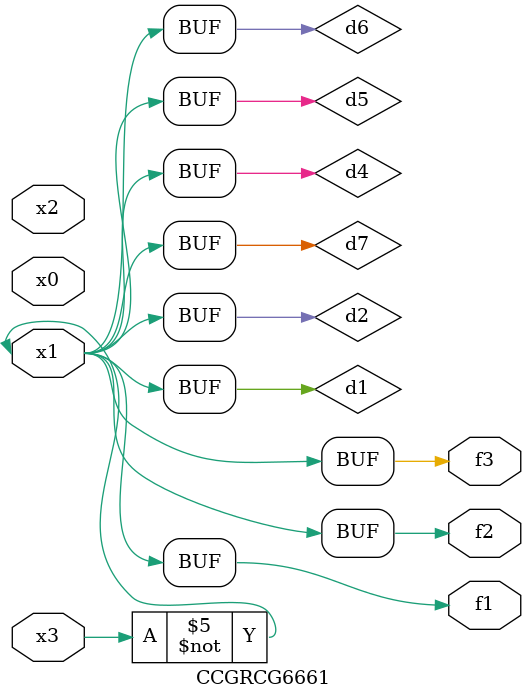
<source format=v>
module CCGRCG6661(
	input x0, x1, x2, x3,
	output f1, f2, f3
);

	wire d1, d2, d3, d4, d5, d6, d7;

	not (d1, x3);
	buf (d2, x1);
	xnor (d3, d1, d2);
	nor (d4, d1);
	buf (d5, d1, d2);
	buf (d6, d4, d5);
	nand (d7, d4);
	assign f1 = d6;
	assign f2 = d7;
	assign f3 = d6;
endmodule

</source>
